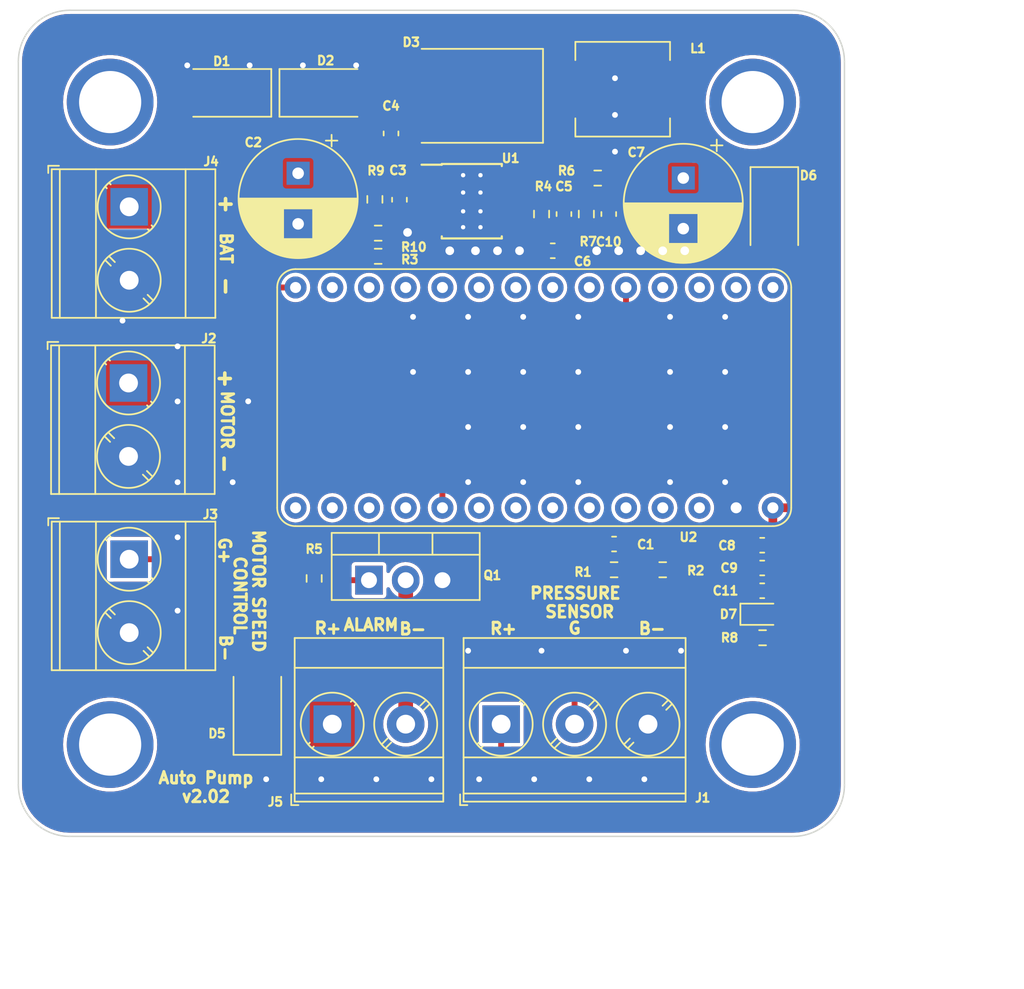
<source format=kicad_pcb>
(kicad_pcb (version 20211014) (generator pcbnew)
  (layers (0 "F.Cu" signal) (31 "B.Cu" signal) (34 "B.Paste" user) (35 "F.Paste" user) (36 "B.SilkS" user "B.Silkscreen") (37 "F.SilkS" user "F.Silkscreen") (38 "B.Mask" user) (39 "F.Mask" user) (44 "Edge.Cuts" user))
  (net 0 "")
  (net 1 "/VIN")
  (net 2 "GND")
  (net 3 "Net-(C5-Pad1)")
  (net 4 "Net-(C6-Pad1)")
  (net 5 "+5V")
  (net 6 "VDD")
  (net 7 "/D5")
  (net 8 "/D2")
  (net 9 "/A0")
  (net 10 "Net-(R3-Pad1)")
  (net 11 "Net-(R10-Pad1)")
  (net 35 "Net-(C4-Pad1)")
  (net 36 "Net-(C4-Pad2)")
  (net 37 "Net-(C10-Pad2)")
  (net 38 "Net-(J1-Pad2)")
  (net 39 "Net-(D5-Pad2)")
  (net 40 "Net-(D7-Pad1)")
  (footprint "TerminalBlock_Phoenix:TerminalBlock_Phoenix_MKDS-3-2-5.08_1x02_P5.08mm_Horizontal" (layer "F.Cu") (at 111.1728 60.9678 -90)
    (fp_text reference "J4" (at -3.132 -5.6672 unlocked) (layer "F.SilkS") (effects (font (size 0.6 0.6))))
    (fp_text value "POWER IN")
    (pad "1" thru_hole rect (at 0 0 270) (size 2.6 2.6) (drill 1.3) (layers *.Cu *.Mask) (net 6 "VDD"))
    (pad "2" thru_hole circle (at 5.08 0 270) (size 2.6 2.6) (drill 1.3) (layers *.Cu *.Mask) (net 2 "GND"))
  )
  (footprint "Capacitor_SMD:C_0603_1608Metric" (layer "F.Cu") (at 140.475 64.008)
    (fp_text reference "C6" (at 2.0698 0.7366 unlocked) (layer "F.SilkS") (effects (font (size 0.6 0.6))))
    (fp_text value "1nF")
    (pad "1" smd roundrect (at -0.775 0) (size 0.9 0.95) (layers "F.Cu" "F.Paste" "F.Mask") (net 4 "Net-(C6-Pad1)"))
    (pad "2" smd roundrect (at 0.775 0) (size 0.9 0.95) (layers "F.Cu" "F.Paste" "F.Mask") (net 2 "GND"))
  )
  (footprint "Diode_SMD:D_SMA" (layer "F.Cu") (at 117.602 53.086 180)
    (fp_text reference "D1" (at 0.0254 2.1844) (layer "F.SilkS") (effects (font (size 0.6 0.6))))
    (fp_text value "STPS1H100A")
    (pad "1" smd rect (at -2 0 180) (size 2.5 1.8) (layers "F.Cu" "F.Paste" "F.Mask") (net 1 "/VIN"))
    (pad "2" smd rect (at 2 0 180) (size 2.5 1.8) (layers "F.Cu" "F.Paste" "F.Mask") (net 6 "VDD"))
  )
  (footprint "Package_TO_SOT_THT:TO-220-3_Vertical" (layer "F.Cu") (at 127.762 86.797)
    (fp_text reference "Q1" (at 8.5344 -0.3354 unlocked) (layer "F.SilkS") (effects (font (size 0.6 0.6))))
    (fp_text value "IRLB8721PBF")
    (pad "1" thru_hole rect (at 0 0) (size 1.905 2) (drill 1.1) (layers *.Cu *.Mask) (net 8 "/D2"))
    (pad "2" thru_hole oval (at 2.54 0) (size 1.905 2) (drill 1.1) (layers *.Cu *.Mask) (net 39 "Net-(D5-Pad2)"))
    (pad "3" thru_hole oval (at 5.08 0) (size 1.905 2) (drill 1.1) (layers *.Cu *.Mask) (net 2 "GND"))
  )
  (footprint "Resistor_SMD:R_0603_1608Metric" (layer "F.Cu") (at 128.397 62.7888 180)
    (fp_text reference "R10" (at -2.4638 -0.9652) (layer "F.SilkS") (effects (font (size 0.6 0.6))))
    (fp_text value "44.2K")
    (pad "1" smd roundrect (at -0.825 0 180) (size 0.8 0.95) (layers "F.Cu" "F.Paste" "F.Mask") (net 11 "Net-(R10-Pad1)"))
    (pad "2" smd roundrect (at 0.825 0 180) (size 0.8 0.95) (layers "F.Cu" "F.Paste" "F.Mask") (net 2 "GND"))
  )
  (footprint "Diode_SMD:D_SMA" (layer "F.Cu") (at 124.968 53.086)
    (fp_text reference "D2" (at -0.2032 -2.2352 180) (layer "F.SilkS") (effects (font (size 0.6 0.6))))
    (fp_text value "SMAJ36A")
    (pad "1" smd rect (at -2 0) (size 2.5 1.8) (layers "F.Cu" "F.Paste" "F.Mask") (net 1 "/VIN"))
    (pad "2" smd rect (at 2 0) (size 2.5 1.8) (layers "F.Cu" "F.Paste" "F.Mask") (net 2 "GND"))
  )
  (footprint "LED_SMD:LED_0603_1608Metric" (layer "F.Cu") (at 154.94 89.154)
    (fp_text reference "D7" (at -2.3115 0) (layer "F.SilkS") (effects (font (size 0.6 0.6))))
    (fp_text value "RED")
    (pad "1" smd roundrect (at -0.7875 0) (size 0.875 0.95) (layers "F.Cu" "F.Paste" "F.Mask") (net 40 "Net-(D7-Pad1)"))
    (pad "2" smd roundrect (at 0.7875 0) (size 0.875 0.95) (layers "F.Cu" "F.Paste" "F.Mask") (net 5 "+5V"))
  )
  (footprint "Capacitor_SMD:C_0603_1608Metric" (layer "F.Cu") (at 154.9654 87.5284)
    (fp_text reference "C11" (at -2.54 0) (layer "F.SilkS") (effects (font (size 0.6 0.6))))
    (fp_text value "0.1uF")
    (pad "1" smd roundrect (at -0.775 0) (size 0.9 0.95) (layers "F.Cu" "F.Paste" "F.Mask") (net 2 "GND"))
    (pad "2" smd roundrect (at 0.775 0) (size 0.9 0.95) (layers "F.Cu" "F.Paste" "F.Mask") (net 5 "+5V"))
  )
  (footprint "Package_SO:TI_SO-PowerPAD-8_ThermalVias" (layer "F.Cu") (at 134.874 60.579)
    (fp_text reference "U1" (at 2.6924 -2.9718) (layer "F.SilkS") (effects (font (size 0.6 0.6))))
    (fp_text value "TPS54360DDA")
    (pad "1" smd rect (at -2.7 -1.905) (size 1.55 0.6) (layers "F.Cu" "F.Paste" "F.Mask") (net 35 "Net-(C4-Pad1)"))
    (pad "2" smd rect (at -2.7 -0.635) (size 1.55 0.6) (layers "F.Cu" "F.Paste" "F.Mask") (net 1 "/VIN"))
    (pad "3" smd rect (at -2.7 0.635) (size 1.55 0.6) (layers "F.Cu" "F.Paste" "F.Mask") (net 11 "Net-(R10-Pad1)"))
    (pad "4" smd rect (at -2.7 1.905) (size 1.55 0.6) (layers "F.Cu" "F.Paste" "F.Mask") (net 10 "Net-(R3-Pad1)"))
    (pad "5" smd rect (at 2.7 1.905) (size 1.55 0.6) (layers "F.Cu" "F.Paste" "F.Mask") (net 37 "Net-(C10-Pad2)"))
    (pad "6" smd rect (at 2.7 0.635) (size 1.55 0.6) (layers "F.Cu" "F.Paste" "F.Mask") (net 3 "Net-(C5-Pad1)"))
    (pad "7" smd rect (at 2.7 -0.635) (size 1.55 0.6) (layers "F.Cu" "F.Paste" "F.Mask") (net 2 "GND"))
    (pad "8" smd rect (at 2.7 -1.905) (size 1.55 0.6) (layers "F.Cu" "F.Paste" "F.Mask") (net 36 "Net-(C4-Pad2)"))
    (pad "9" smd rect (at 0 0) (size 2.95 4.5) (layers "F.Cu") (net 2 "GND"))
    (pad "9" thru_hole circle (at 0.6 -0.6) (size 0.6 0.6) (drill 0.3) (layers *.Cu) (net 2 "GND"))
    (pad "9" thru_hole circle (at -0.6 -1.8) (size 0.6 0.6) (drill 0.3) (layers *.Cu) (net 2 "GND"))
    (pad "9" thru_hole circle (at -0.6 1.8) (size 0.6 0.6) (drill 0.3) (layers *.Cu) (net 2 "GND"))
    (pad "9" smd rect (at 0 0) (size 2.95 4.5) (layers "B.Cu") (net 2 "GND"))
    (pad "9" thru_hole circle (at 0.6 0.7) (size 0.6 0.6) (drill 0.3) (layers *.Cu) (net 2 "GND"))
    (pad "9" thru_hole circle (at -0.6 -0.6) (size 0.6 0.6) (drill 0.3) (layers *.Cu) (net 2 "GND"))
    (pad "9" smd rect (at 0 0) (size 2.6 3.1) (layers "F.Cu" "F.Paste" "F.Mask") (net 2 "GND"))
    (pad "9" thru_hole circle (at 0.6 -1.8) (size 0.6 0.6) (drill 0.3) (layers *.Cu) (net 2 "GND"))
    (pad "9" thru_hole circle (at -0.6 0.7) (size 0.6 0.6) (drill 0.3) (layers *.Cu) (net 2 "GND"))
    (pad "9" thru_hole circle (at 0.6 1.8) (size 0.6 0.6) (drill 0.3) (layers *.Cu) (net 2 "GND"))
  )
  (footprint "Resistor_SMD:R_0603_1608Metric" (layer "F.Cu") (at 128.397 64.389 180)
    (fp_text reference "R3" (at -2.1844 -0.2286) (layer "F.SilkS") (effects (font (size 0.6 0.6))))
    (fp_text value "470K")
    (pad "1" smd roundrect (at -0.825 0 180) (size 0.8 0.95) (layers "F.Cu" "F.Paste" "F.Mask") (net 10 "Net-(R3-Pad1)"))
    (pad "2" smd roundrect (at 0.825 0 180) (size 0.8 0.95) (layers "F.Cu" "F.Paste" "F.Mask") (net 2 "GND"))
  )
  (footprint "Resistor_SMD:R_0603_1608Metric" (layer "F.Cu") (at 144.717 86.0745)
    (fp_text reference "R1" (at -2.1468 0.1585) (layer "F.SilkS") (effects (font (size 0.6 0.6))))
    (fp_text value "1.2K")
    (pad "1" smd roundrect (at -0.825 0) (size 0.8 0.95) (layers "F.Cu" "F.Paste" "F.Mask") (net 38 "Net-(J1-Pad2)"))
    (pad "2" smd roundrect (at 0.825 0) (size 0.8 0.95) (layers "F.Cu" "F.Paste" "F.Mask") (net 9 "/A0"))
  )
  (footprint "Capacitor_SMD:C_0603_1608Metric" (layer "F.Cu") (at 144.3482 61.468 -90)
    (fp_text reference "C10" (at 1.918 0 180) (layer "F.SilkS") (effects (font (size 0.6 0.6))))
    (fp_text value "10nF")
    (pad "1" smd roundrect (at -0.775 0 270) (size 0.9 0.95) (layers "F.Cu" "F.Paste" "F.Mask") (net 5 "+5V"))
    (pad "2" smd roundrect (at 0.775 0 270) (size 0.9 0.95) (layers "F.Cu" "F.Paste" "F.Mask") (net 37 "Net-(C10-Pad2)"))
  )
  (footprint "Resistor_SMD:R_0603_1608Metric" (layer "F.Cu") (at 139.7 61.468 -90)
    (fp_text reference "R4" (at -1.905 -0.127 180) (layer "F.SilkS") (effects (font (size 0.6 0.6))))
    (fp_text value "22K")
    (pad "1" smd roundrect (at -0.825 0 270) (size 0.8 0.95) (layers "F.Cu" "F.Paste" "F.Mask") (net 3 "Net-(C5-Pad1)"))
    (pad "2" smd roundrect (at 0.825 0 270) (size 0.8 0.95) (layers "F.Cu" "F.Paste" "F.Mask") (net 4 "Net-(C6-Pad1)"))
  )
  (footprint "footprint:Adafruit-ItsyBitsy-M4" (layer "F.Cu") (at 137.922 74.168 180)
    (fp_text reference "U2" (at -11.938 -9.652 unlocked) (layer "F.SilkS") (effects (font (size 0.6 0.6))))
    (fp_text value "Adafruit ItsyBitsy M4 Express")
    (pad "1" thru_hole circle (at -17.78 7.62 180) (size 1.524 1.524) (drill 0.762) (layers *.Cu *.Mask))
    (pad "2" thru_hole circle (at -15.24 7.62 180) (size 1.524 1.524) (drill 0.762) (layers *.Cu *.Mask))
    (pad "3" thru_hole circle (at -12.7 7.62 180) (size 1.524 1.524) (drill 0.762) (layers *.Cu *.Mask))
    (pad "4" thru_hole circle (at -10.16 7.62 180) (size 1.524 1.524) (drill 0.762) (layers *.Cu *.Mask))
    (pad "5" thru_hole circle (at -7.62 7.62 180) (size 1.524 1.524) (drill 0.762) (layers *.Cu *.Mask) (net 9 "/A0"))
    (pad "6" thru_hole circle (at -5.08 7.62 270) (size 1.524 1.524) (drill 0.762) (layers *.Cu *.Mask))
    (pad "7" thru_hole circle (at -2.54 7.62 180) (size 1.524 1.524) (drill 0.762) (layers *.Cu *.Mask))
    (pad "8" thru_hole circle (at 0 7.62 180) (size 1.524 1.524) (drill 0.762) (layers *.Cu *.Mask))
    (pad "9" thru_hole circle (at 2.54 7.62 180) (size 1.524 1.524) (drill 0.762) (layers *.Cu *.Mask))
    (pad "10" thru_hole circle (at 5.08 7.62 180) (size 1.524 1.524) (drill 0.762) (layers *.Cu *.Mask))
    (pad "11" thru_hole circle (at 7.62 7.62 180) (size 1.524 1.524) (drill 0.762) (layers *.Cu *.Mask))
    (pad "12" thru_hole circle (at 10.16 7.62 180) (size 1.524 1.524) (drill 0.762) (layers *.Cu *.Mask))
    (pad "13" thru_hole circle (at 12.7 7.62 180) (size 1.524 1.524) (drill 0.762) (layers *.Cu *.Mask))
    (pad "14" thru_hole circle (at 15.24 7.62 180) (size 1.524 1.524) (drill 0.762) (layers *.Cu *.Mask) (net 8 "/D2"))
    (pad "20" thru_hole circle (at 15.24 -7.62 180) (size 1.524 1.524) (drill 0.762) (layers *.Cu *.Mask))
    (pad "21" thru_hole circle (at 12.7 -7.62 180) (size 1.524 1.524) (drill 0.762) (layers *.Cu *.Mask))
    (pad "22" thru_hole circle (at 10.16 -7.62 180) (size 1.524 1.524) (drill 0.762) (layers *.Cu *.Mask))
    (pad "23" thru_hole circle (at 7.62 -7.62 180) (size 1.524 1.524) (drill 0.762) (layers *.Cu *.Mask))
    (pad "24" thru_hole circle (at 5.08 -7.62 180) (size 1.524 1.524) (drill 0.762) (layers *.Cu *.Mask) (net 7 "/D5"))
    (pad "25" thru_hole circle (at 2.54 -7.62 180) (size 1.524 1.524) (drill 0.762) (layers *.Cu *.Mask))
    (pad "26" thru_hole circle (at 0 -7.62 180) (size 1.524 1.524) (drill 0.762) (layers *.Cu *.Mask))
    (pad "27" thru_hole circle (at -2.54 -7.62 180) (size 1.524 1.524) (drill 0.762) (layers *.Cu *.Mask))
    (pad "28" thru_hole circle (at -5.08 -7.62 270) (size 1.524 1.524) (drill 0.762) (layers *.Cu *.Mask))
    (pad "29" thru_hole circle (at -7.62 -7.62 180) (size 1.524 1.524) (drill 0.762) (layers *.Cu *.Mask))
    (pad "30" thru_hole circle (at -10.16 -7.62 180) (size 1.524 1.524) (drill 0.762) (layers *.Cu *.Mask))
    (pad "31" thru_hole circle (at -12.7 -7.62 180) (size 1.524 1.524) (drill 0.762) (layers *.Cu *.Mask))
    (pad "32" thru_hole circle (at -15.24 -7.62 180) (size 1.524 1.524) (drill 0.762) (layers *.Cu *.Mask) (net 2 "GND"))
    (pad "33" thru_hole circle (at -17.78 -7.62 180) (size 1.524 1.524) (drill 0.762) (layers *.Cu *.Mask) (net 5 "+5V"))
  )
  (footprint "TerminalBlock_Phoenix:TerminalBlock_Phoenix_MKDS-3-2-5.08_1x02_P5.08mm_Horizontal" (layer "F.Cu") (at 125.221 96.757394)
    (fp_text reference "J5" (at -3.936 5.376006) (layer "F.SilkS") (effects (font (size 0.6 0.6))))
    (fp_text value "ALARM")
    (pad "1" thru_hole rect (at 0 0) (size 2.6 2.6) (drill 1.3) (layers *.Cu *.Mask) (net 6 "VDD"))
    (pad "2" thru_hole circle (at 5.08 0) (size 2.6 2.6) (drill 1.3) (layers *.Cu *.Mask) (net 39 "Net-(D5-Pad2)"))
  )
  (footprint "Resistor_SMD:R_0603_1608Metric" (layer "F.Cu") (at 123.969 86.677 -90)
    (fp_text reference "R5" (at -2.032 0 180) (layer "F.SilkS") (effects (font (size 0.6 0.6))))
    (fp_text value "10K")
    (pad "1" smd roundrect (at -0.825 0 270) (size 0.8 0.95) (layers "F.Cu" "F.Paste" "F.Mask") (net 8 "/D2"))
    (pad "2" smd roundrect (at 0.825 0 270) (size 0.8 0.95) (layers "F.Cu" "F.Paste" "F.Mask") (net 2 "GND"))
  )
  (footprint "Diode_SMD:D_SMA" (layer "F.Cu") (at 120.0404 95.4786 90)
    (fp_text reference "D5" (at -1.9304 -2.794 180) (layer "F.SilkS") (effects (font (size 0.6 0.6))))
    (fp_text value "SS14-E3/5AT")
    (pad "1" smd rect (at -2 0 90) (size 2.5 1.8) (layers "F.Cu" "F.Paste" "F.Mask") (net 6 "VDD"))
    (pad "2" smd rect (at 2 0 90) (size 2.5 1.8) (layers "F.Cu" "F.Paste" "F.Mask") (net 39 "Net-(D5-Pad2)"))
  )
  (footprint "Resistor_SMD:R_0603_1608Metric" (layer "F.Cu") (at 148.082 86.0745)
    (fp_text reference "R2" (at 2.286 0.063) (layer "F.SilkS") (effects (font (size 0.6 0.6))))
    (fp_text value "3.3K")
    (pad "1" smd roundrect (at -0.825 0) (size 0.8 0.95) (layers "F.Cu" "F.Paste" "F.Mask") (net 9 "/A0"))
    (pad "2" smd roundrect (at 0.825 0) (size 0.8 0.95) (layers "F.Cu" "F.Paste" "F.Mask") (net 2 "GND"))
  )
  (footprint "Capacitor_SMD:C_0603_1608Metric" (layer "F.Cu") (at 141.2494 61.468 -90)
    (fp_text reference "C5" (at -1.905 0 180) (layer "F.SilkS") (effects (font (size 0.6 0.6))))
    (fp_text value "18pF")
    (pad "1" smd roundrect (at -0.775 0 270) (size 0.9 0.95) (layers "F.Cu" "F.Paste" "F.Mask") (net 3 "Net-(C5-Pad1)"))
    (pad "2" smd roundrect (at 0.775 0 270) (size 0.9 0.95) (layers "F.Cu" "F.Paste" "F.Mask") (net 2 "GND"))
  )
  (footprint "Capacitor_SMD:C_0603_1608Metric" (layer "F.Cu") (at 129.8702 60.4774 -90)
    (fp_text reference "C3" (at -2.032 0.107) (layer "F.SilkS") (effects (font (size 0.6 0.6))))
    (fp_text value "0.1uF")
    (pad "1" smd roundrect (at -0.775 0 270) (size 0.9 0.95) (layers "F.Cu" "F.Paste" "F.Mask") (net 1 "/VIN"))
    (pad "2" smd roundrect (at 0.775 0 270) (size 0.9 0.95) (layers "F.Cu" "F.Paste" "F.Mask") (net 2 "GND"))
  )
  (footprint "TerminalBlock_Phoenix:TerminalBlock_Phoenix_MKDS-3-3-5.08_1x03_P5.08mm_Horizontal" (layer "F.Cu") (at 136.905 96.757394)
    (fp_text reference "J1" (at 13.9456 5.096606) (layer "F.SilkS") (effects (font (size 0.6 0.6))))
    (fp_text value "PRESSURE SENSOR")
    (pad "1" thru_hole rect (at 0 0) (size 2.6 2.6) (drill 1.3) (layers *.Cu *.Mask) (net 5 "+5V"))
    (pad "2" thru_hole circle (at 5.08 0) (size 2.6 2.6) (drill 1.3) (layers *.Cu *.Mask) (net 38 "Net-(J1-Pad2)"))
    (pad "3" thru_hole circle (at 10.16 0) (size 2.6 2.6) (drill 1.3) (layers *.Cu *.Mask) (net 2 "GND"))
  )
  (footprint "TerminalBlock_Phoenix:TerminalBlock_Phoenix_MKDS-3-2-5.08_1x02_P5.08mm_Horizontal" (layer "F.Cu") (at 111.1728 85.3468 -90)
    (fp_text reference "J3" (at -3.1016 -5.6164 unlocked) (layer "F.SilkS") (effects (font (size 0.6 0.6))))
    (fp_text value "MOTOR SPEED CONTROL")
    (pad "1" thru_hole rect (at 0 0 270) (size 2.6 2.6) (drill 1.3) (layers *.Cu *.Mask) (net 7 "/D5"))
    (pad "2" thru_hole circle (at 5.08 0 270) (size 2.6 2.6) (drill 1.3) (layers *.Cu *.Mask) (net 2 "GND"))
  )
  (footprint "Capacitor_SMD:C_0603_1608Metric" (layer "F.Cu") (at 129.286 55.893 90)
    (fp_text reference "C4" (at 1.905 0 180) (layer "F.SilkS") (effects (font (size 0.6 0.6))))
    (fp_text value "0.1uF")
    (pad "1" smd roundrect (at -0.775 0 90) (size 0.9 0.95) (layers "F.Cu" "F.Paste" "F.Mask") (net 35 "Net-(C4-Pad1)"))
    (pad "2" smd roundrect (at 0.775 0 90) (size 0.9 0.95) (layers "F.Cu" "F.Paste" "F.Mask") (net 36 "Net-(C4-Pad2)"))
  )
  (footprint "Capacitor_THT:CP_Radial_D8.0mm_P3.50mm" (layer "F.Cu") (at 122.8598 58.646949 -90)
    (fp_text reference "C2" (at -2.131949 3.0988) (layer "F.SilkS") (effects (font (size 0.6 0.6))))
    (fp_text value "220uF/35v")
    (pad "1" thru_hole rect locked (at 0 0 270) (size 1.6 1.6) (drill 0.8) (layers *.Cu *.Mask) (net 1 "/VIN"))
    (pad "2" thru_hole circle locked (at 3.5 0 270) (size 1.6 1.6) (drill 0.8) (layers *.Cu *.Mask) (net 2 "GND"))
  )
  (footprint "Diode_SMD:D_SMC" (layer "F.Cu") (at 135.001 53.2892 180)
    (fp_text reference "D3" (at 4.318 3.7084 180) (layer "F.SilkS") (effects (font (size 0.6 0.6))))
    (fp_text value "SS34")
    (pad "1" smd rect (at -3.4 0 270) (size 3.3 2.5) (layers "F.Cu" "F.Paste" "F.Mask") (net 36 "Net-(C4-Pad2)"))
    (pad "2" smd rect (at 3.4 0 270) (size 3.3 2.5) (layers "F.Cu" "F.Paste" "F.Mask") (net 2 "GND"))
  )
  (footprint "Resistor_SMD:R_0603_1608Metric" (layer "F.Cu") (at 154.9908 90.7796)
    (fp_text reference "R8" (at -2.286 0) (layer "F.SilkS") (effects (font (size 0.6 0.6))))
    (fp_text value "1K")
    (pad "1" smd roundrect (at -0.825 0) (size 0.8 0.95) (layers "F.Cu" "F.Paste" "F.Mask") (net 40 "Net-(D7-Pad1)"))
    (pad "2" smd roundrect (at 0.825 0) (size 0.8 0.95) (layers "F.Cu" "F.Paste" "F.Mask") (net 2 "GND"))
  )
  (footprint "TerminalBlock_Phoenix:TerminalBlock_Phoenix_MKDS-3-2-5.08_1x02_P5.08mm_Horizontal" (layer "F.Cu") (at 111.1268 73.1548 -90)
    (fp_text reference "J2" (at -3.0762 -5.5608 unlocked) (layer "F.SilkS") (effects (font (size 0.6 0.6))))
    (fp_text value "MOTOR")
    (pad "1" thru_hole rect (at 0 0 270) (size 2.6 2.6) (drill 1.3) (layers *.Cu *.Mask) (net 6 "VDD"))
    (pad "2" thru_hole circle (at 5.08 0 270) (size 2.6 2.6) (drill 1.3) (layers *.Cu *.Mask) (net 2 "GND"))
  )
  (footprint "Capacitor_THT:CP_Radial_D8.0mm_P3.50mm" (layer "F.Cu") (at 149.5044 58.977149 -90)
    (fp_text reference "C7" (at -1.776349 3.2512 180) (layer "F.SilkS") (effects (font (size 0.6 0.6))))
    (fp_text value "220uF/35v")
    (pad "1" thru_hole rect (at 0 0 270) (size 1.6 1.6) (drill 0.8) (layers *.Cu *.Mask) (net 5 "+5V"))
    (pad "2" thru_hole circle (at 3.5 0 270) (size 1.6 1.6) (drill 0.8) (layers *.Cu *.Mask) (net 2 "GND"))
  )
  (footprint "Capacitor_SMD:C_0603_1608Metric" (layer "F.Cu") (at 154.9654 84.3788 180)
    (fp_text reference "C8" (at 2.4384 -0.0254) (layer "F.SilkS") (effects (font (size 0.6 0.6))))
    (fp_text value "0.1uF")
    (pad "1" smd roundrect (at -0.775 0 180) (size 0.9 0.95) (layers "F.Cu" "F.Paste" "F.Mask") (net 5 "+5V"))
    (pad "2" smd roundrect (at 0.775 0 180) (size 0.9 0.95) (layers "F.Cu" "F.Paste" "F.Mask") (net 2 "GND"))
  )
  (footprint "Diode_SMD:D_SMA" (layer "F.Cu") (at 155.8036 61.6204 -90)
    (fp_text reference "D6" (at -2.8194 -2.3622 180) (layer "F.SilkS") (effects (font (size 0.6 0.6))))
    (fp_text value "SMAJ5.0A-E3/61")
    (pad "1" smd rect (at -2 0 270) (size 2.5 1.8) (layers "F.Cu" "F.Paste" "F.Mask") (net 5 "+5V"))
    (pad "2" smd rect (at 2 0 270) (size 2.5 1.8) (layers "F.Cu" "F.Paste" "F.Mask") (net 2 "GND"))
  )
  (footprint "Capacitor_SMD:C_0603_1608Metric" (layer "F.Cu") (at 144.717 84.2965)
    (fp_text reference "C1" (at 2.193 0.035) (layer "F.SilkS") (effects (font (size 0.6 0.6))))
    (fp_text value "0.1uF")
    (pad "1" smd roundrect (at -0.775 0) (size 0.9 0.95) (layers "F.Cu" "F.Paste" "F.Mask") (net 2 "GND"))
    (pad "2" smd roundrect (at 0.775 0) (size 0.9 0.95) (layers "F.Cu" "F.Paste" "F.Mask") (net 9 "/A0"))
  )
  (footprint "Resistor_SMD:R_0603_1608Metric" (layer "F.Cu") (at 142.7988 61.468 -90)
    (fp_text reference "R7" (at 1.905 -0.127 180) (layer "F.SilkS") (effects (font (size 0.6 0.6))))
    (fp_text value "13K")
    (pad "1" smd roundrect (at -0.825 0 270) (size 0.8 0.95) (layers "F.Cu" "F.Paste" "F.Mask") (net 37 "Net-(C10-Pad2)"))
    (pad "2" smd roundrect (at 0.825 0 270) (size 0.8 0.95) (layers "F.Cu" "F.Paste" "F.Mask") (net 2 "GND"))
  )
  (footprint "Inductor_SMD:L_Vishay_IHLP-2525" (layer "F.Cu") (at 145.3134 52.832)
    (fp_text reference "L1" (at 5.207 -2.8194) (layer "F.SilkS") (effects (font (size 0.6 0.6))))
    (fp_text value "10uH/3A")
    (pad "1" smd rect (at -2.921 0) (size 2.413 3.429) (layers "F.Cu" "F.Paste" "F.Mask") (net 36 "Net-(C4-Pad2)"))
    (pad "2" smd rect (at 2.921 0) (size 2.413 3.429) (layers "F.Cu" "F.Paste" "F.Mask") (net 5 "+5V"))
  )
  (footprint "Resistor_SMD:R_0603_1608Metric" (layer "F.Cu") (at 128.1684 60.452 -90)
    (fp_text reference "R9" (at -1.9812 -0.0762 180) (layer "F.SilkS") (effects (font (size 0.6 0.6))))
    (fp_text value "470K")
    (pad "1" smd roundrect (at -0.825 0 270) (size 0.8 0.95) (layers "F.Cu" "F.Paste" "F.Mask") (net 1 "/VIN"))
    (pad "2" smd roundrect (at 0.825 0 270) (size 0.8 0.95) (layers "F.Cu" "F.Paste" "F.Mask") (net 11 "Net-(R10-Pad1)"))
  )
  (footprint "Capacitor_SMD:C_0603_1608Metric" (layer "F.Cu") (at 154.9654 85.9536)
    (fp_text reference "C9" (at -2.286 0) (layer "F.SilkS") (effects (font (size 0.6 0.6))))
    (fp_text value "0.1uF")
    (pad "1" smd roundrect (at -0.775 0) (size 0.9 0.95) (layers "F.Cu" "F.Paste" "F.Mask") (net 2 "GND"))
    (pad "2" smd roundrect (at 0.775 0) (size 0.9 0.95) (layers "F.Cu" "F.Paste" "F.Mask") (net 5 "+5V"))
  )
  (footprint "Resistor_SMD:R_0603_1608Metric" (layer "F.Cu") (at 143.5862 58.9788 180)
    (fp_text reference "R6" (at 2.159 0.508) (layer "F.SilkS") (effects (font (size 0.6 0.6))))
    (fp_text value "68K")
    (pad "1" smd roundrect (at -0.825 0 180) (size 0.8 0.95) (layers "F.Cu" "F.Paste" "F.Mask") (net 5 "+5V"))
    (pad "2" smd roundrect (at 0.825 0 180) (size 0.8 0.95) (layers "F.Cu" "F.Paste" "F.Mask") (net 37 "Net-(C10-Pad2)"))
  )
  (footprint "footprint:MountingHole_3.2mm_M3_standoffs" (layer "B.Cu") (at 154.305 98.171 180)
    (fp_text reference "H3" hide)
    (fp_text value "MountingHole")
    (pad "1" thru_hole circle (at 0 0 180) (size 6 6) (drill 4.3) (layers *.Cu *.Mask))
  )
  (footprint "footprint:MountingHole_3.2mm_M3_standoffs" (layer "B.Cu") (at 109.855 98.171 180)
    (fp_text reference "H2" hide)
    (fp_text value "MountingHole")
    (pad "1" thru_hole circle (at 0 0 180) (size 6 6) (drill 4.3) (layers *.Cu *.Mask))
  )
  (footprint "footprint:MountingHole_3.2mm_M3_standoffs" (layer "B.Cu") (at 154.305 53.721 180)
    (fp_text reference "H4" hide)
    (fp_text value "MountingHole")
    (pad "1" thru_hole circle (at 0 0 180) (size 6 6) (drill 4.3) (layers *.Cu *.Mask))
  )
  (footprint "footprint:MountingHole_3.2mm_M3_standoffs" (layer "B.Cu") (at 109.855 53.721 180)
    (fp_text reference "H1" hide)
    (fp_text value "MountingHole")
    (pad "1" thru_hole circle (at 0 0 180) (size 6 6) (drill 4.3) (layers *.Cu *.Mask))
  )
  (gr_line (start 157.099 104.521) (end 107.061 104.521) (layer "Edge.Cuts") (width 0.1))
  (gr_arc (start 157.099 47.371) (mid 159.613472 48.412528) (end 160.655 50.927) (layer "Edge.Cuts") (width 0.1))
  (gr_arc (start 107.061 104.521) (mid 104.546528 103.479472) (end 103.505 100.965) (layer "Edge.Cuts") (width 0.1))
  (gr_arc (start 160.655 100.965) (mid 159.613472 103.479472) (end 157.099 104.521) (layer "Edge.Cuts") (width 0.1))
  (gr_line (start 160.655 100.965) (end 160.655 50.927) (layer "Edge.Cuts") (width 0.1))
  (gr_arc (start 103.505 50.927) (mid 104.546528 48.412528) (end 107.061 47.371) (layer "Edge.Cuts") (width 0.1))
  (gr_line (start 157.099 47.371) (end 107.061 47.371) (layer "Edge.Cuts") (width 0.1))
  (gr_line (start 103.505 100.965) (end 103.505 50.927) (layer "Edge.Cuts") (width 0.1))
  (gr_text "B-" (at 147.3454 90.1446) (layer "F.SilkS") (effects (font (size 0.8 0.8) (thickness 0.2))))
  (gr_text "Auto Pump\nv2.02" (at 116.4844 101.1174) (layer "F.SilkS") (effects (font (size 0.8 0.8) (thickness 0.2))))
  (gr_text "R+" (at 124.9172 90.1192) (layer "F.SilkS") (effects (font (size 0.8 0.8) (thickness 0.2))))
  (gr_text "-" (at 117.8052 78.74 270) (layer "F.SilkS") (effects (font (size 1 1) (thickness 0.25))))
  (gr_text "MOTOR SPEED \nCONTROL" (at 119.4816 87.8586 270) (layer "F.SilkS") (effects (font (size 0.8 0.8) (thickness 0.2))))
  (gr_text "G+" (at 117.7798 84.7598 270) (layer "F.SilkS") (effects (font (size 0.8 0.8) (thickness 0.2))))
  (gr_text "PRESSURE \nSENSOR" (at 142.3416 88.3412) (layer "F.SilkS") (effects (font (size 0.8 0.8) (thickness 0.2))))
  (gr_text "+" (at 117.856 72.8472 270) (layer "F.SilkS") (effects (font (size 1 1) (thickness 0.25))))
  (gr_text "+" (at 117.9068 60.7822 270) (layer "F.SilkS") (effects (font (size 1 1) (thickness 0.25))))
  (gr_text "MOTOR" (at 117.9576 75.7174 270) (layer "F.SilkS") (effects (font (size 0.8 0.8) (thickness 0.2))))
  (gr_text "ALARM" (at 125.9078 89.8906) (layer "F.SilkS") (effects (font (size 0.8 0.8) (thickness 0.2)) (justify left)))
  (gr_text "BAT" (at 117.8814 63.8302 270) (layer "F.SilkS") (effects (font (size 0.8 0.8) (thickness 0.2))))
  (gr_text "B-" (at 117.856 91.4908 270) (layer "F.SilkS") (effects (font (size 0.8 0.8) (thickness 0.2))))
  (gr_text "R+" (at 137.0584 90.1446) (layer "F.SilkS") (effects (font (size 0.8 0.8) (thickness 0.2))))
  (gr_text "-" (at 117.9068 66.4718 270) (layer "F.SilkS") (effects (font (size 1 1) (thickness 0.25))))
  (gr_text "B-" (at 130.7846 90.17) (layer "F.SilkS") (effects (font (size 0.8 0.8) (thickness 0.2))))
  (gr_text "G" (at 141.986 90.1192) (layer "F.SilkS") (effects (font (size 0.8 0.8) (thickness 0.2))))
  (segment (start 137.574 59.944) (end 135.509 59.944) (width 0.4064) (layer "F.Cu") (net 2))
  (segment (start 135.509 59.944) (end 135.474 59.979) (width 0.4064) (layer "F.Cu") (net 2))
  (via (at 143.51 64.008) (size 1.2) (drill 0.6) (layers "F.Cu" "B.Cu") (net 2))
  (via (at 134.619 91.677394) (size 0.8) (drill 0.4) (layers "F.Cu" "B.Cu") (net 2))
  (via (at 118.3308 80.0178) (size 0.8) (drill 0.4) (layers "F.Cu" "B.Cu") (net 2))
  (via (at 152.4 80.01) (size 0.8) (drill 0.4) (layers "F.Cu" "B.Cu") (net 2))
  (via (at 114.5208 70.6198) (size 0.8) (drill 0.4) (layers "F.Cu" "B.Cu") (net 2))
  (via (at 144.78 57.15) (size 0.8) (drill 0.4) (layers "F.Cu" "B.Cu") (net 2))
  (via (at 139.191 100.567394) (size 0.8) (drill 0.4) (layers "F.Cu" "B.Cu") (net 2))
  (via (at 149.606 64.008) (size 1.2) (drill 0.6) (layers "F.Cu" "B.Cu") (net 2))
  (via (at 149.351 91.677394) (size 0.8) (drill 0.4) (layers "F.Cu" "B.Cu") (net 2))
  (via (at 134.62 68.58) (size 0.8) (drill 0.4) (layers "F.Cu" "B.Cu") (net 2))
  (via (at 138.43 80.01) (size 0.8) (drill 0.4) (layers "F.Cu" "B.Cu") (net 2))
  (via (at 114.5208 74.4298) (size 0.8) (drill 0.4) (layers "F.Cu" "B.Cu") (net 2))
  (via (at 130.81 72.39) (size 0.8) (drill 0.4) (layers "F.Cu" "B.Cu") (net 2))
  (via (at 148.59 72.39) (size 0.8) (drill 0.4) (layers "F.Cu" "B.Cu") (net 2))
  (via (at 148.082 64.008) (size 1.2) (drill 0.6) (layers "F.Cu" "B.Cu") (net 2))
  (via (at 114.5208 88.9078) (size 0.8) (drill 0.4) (layers "F.Cu" "B.Cu") (net 2))
  (via (at 134.62 76.2) (size 0.8) (drill 0.4) (layers "F.Cu" "B.Cu") (net 2))
  (via (at 138.43 76.2) (size 0.8) (drill 0.4) (layers "F.Cu" "B.Cu") (net 2))
  (via (at 119.507 51.181) (size 0.8) (drill 0.4) (layers "F.Cu" "B.Cu") (net 2))
  (via (at 148.59 76.2) (size 0.8) (drill 0.4) (layers "F.Cu" "B.Cu") (net 2))
  (via (at 152.4 76.2) (size 0.8) (drill 0.4) (layers "F.Cu" "B.Cu") (net 2))
  (via (at 148.59 68.58) (size 0.8) (drill 0.4) (layers "F.Cu" "B.Cu") (net 2))
  (via (at 119.4054 74.422) (size 0.8) (drill 0.4) (layers "F.Cu" "B.Cu") (net 2))
  (via (at 142.24 80.01) (size 0.8) (drill 0.4) (layers "F.Cu" "B.Cu") (net 2))
  (via (at 142.24 72.39) (size 0.8) (drill 0.4) (layers "F.Cu" "B.Cu") (net 2))
  (via (at 148.59 80.01) (size 0.8) (drill 0.4) (layers "F.Cu" "B.Cu") (net 2))
  (via (at 134.62 72.39) (size 0.8) (drill 0.4) (layers "F.Cu" "B.Cu") (net 2))
  (via (at 132.079 100.567394) (size 0.8) (drill 0.4) (layers "F.Cu" "B.Cu") (net 2))
  (via (at 152.4 68.58) (size 0.8) (drill 0.4) (layers "F.Cu" "B.Cu") (net 2))
  (via (at 124.459 100.567394) (size 0.8) (drill 0.4) (layers "F.Cu" "B.Cu") (net 2))
  (via (at 152.4 72.39) (size 0.8) (drill 0.4) (layers "F.Cu" "B.Cu") (net 2))
  (via (at 142.24 76.2) (size 0.8) (drill 0.4) (layers "F.Cu" "B.Cu") (net 2))
  (via (at 126.873 51.181) (size 0.8) (drill 0.4) (layers "F.Cu" "B.Cu") (net 2))
  (via (at 138.43 72.39) (size 0.8) (drill 0.4) (layers "F.Cu" "B.Cu") (net 2))
  (via (at 128.269 100.567394) (size 0.8) (drill 0.4) (layers "F.Cu" "B.Cu") (net 2))
  (via (at 146.811 100.567394) (size 0.8) (drill 0.4) (layers "F.Cu" "B.Cu") (net 2))
  (via (at 145.034 64.008) (size 1.2) (drill 0.6) (layers "F.Cu" "B.Cu") (net 2))
  (via (at 143.001 100.567394) (size 0.8) (drill 0.4) (layers "F.Cu" "B.Cu") (net 2))
  (via (at 138.176 64.008) (size 1.2) (drill 0.6) (layers "F.Cu" "B.Cu") (net 2))
  (via (at 115.189 51.181) (size 0.8) (drill 0.4) (layers "F.Cu" "B.Cu") (net 2))
  (via (at 138.43 68.58) (size 0.8) (drill 0.4) (layers "F.Cu" "B.Cu") (net 2))
  (via (at 136.652 64.008) (size 1.2) (drill 0.6) (layers "F.Cu" "B.Cu") (net 2))
  (via (at 144.78 54.61) (size 0.8) (drill 0.4) (layers "F.Cu" "B.Cu") (net 2))
  (via (at 139.699 91.677394) (size 0.8) (drill 0.4) (layers "F.Cu" "B.Cu") (net 2))
  (via (at 145.541 91.677394) (size 0.8) (drill 0.4) (layers "F.Cu" "B.Cu") (net 2))
  (via (at 135.128 64.008) (size 1.2) (drill 0.6) (layers "F.Cu" "B.Cu") (net 2))
  (via (at 120.649 100.567394) (size 0.8) (drill 0.4) (layers "F.Cu" "B.Cu") (net 2))
  (via (at 123.19 51.181) (size 0.8) (drill 0.4) (layers "F.Cu" "B.Cu") (net 2))
  (via (at 135.381 100.567394) (size 0.8) (drill 0.4) (layers "F.Cu" "B.Cu") (net 2))
  (via (at 144.78 52.07) (size 0.8) (drill 0.4) (layers "F.Cu" "B.Cu") (net 2))
  (via (at 110.7108 68.8418) (size 0.8) (drill 0.4) (layers "F.Cu" "B.Cu") (net 2))
  (via (at 130.429 62.738) (size 1.2) (drill 0.6) (layers "F.Cu" "B.Cu") (net 2))
  (via (at 134.62 80.01) (size 0.8) (drill 0.4) (layers "F.Cu" "B.Cu") (net 2))
  (via (at 146.558 64.008) (size 1.2) (drill 0.6) (layers "F.Cu" "B.Cu") (net 2))
  (via (at 130.81 68.58) (size 0.8) (drill 0.4) (layers "F.Cu" "B.Cu") (net 2))
  (via (at 114.5208 80.0178) (size 0.8) (drill 0.4) (layers "F.Cu" "B.Cu") (net 2))
  (via (at 142.24 68.58) (size 0.8) (drill 0.4) (layers "F.Cu" "B.Cu") (net 2))
  (via (at 114.5208 83.8278) (size 0.8) (drill 0.4) (layers "F.Cu" "B.Cu") (net 2))
  (via (at 133.35 64.008) (size 1.2) (drill 0.6) (layers "F.Cu" "B.Cu") (net 2))
  (segment (start 139.001 60.643) (end 139.7 60.643) (width 0.4064) (layer "F.Cu") (net 3))
  (segment (start 139.75 60.693) (end 139.7 60.643) (width 0.4064) (layer "F.Cu") (net 3))
  (segment (start 138.43 61.214) (end 139.001 60.643) (width 0.4064) (layer "F.Cu") (net 3))
  (segment (start 141.478 60.693) (end 139.75 60.693) (width 0.4064) (layer "F.Cu") (net 3))
  (segment (start 137.574 61.214) (end 138.43 61.214) (width 0.4064) (layer "F.Cu") (net 3))
  (segment (start 139.7 62.293) (end 139.7 64.008) (width 0.2032) (layer "F.Cu") (net 4))
  (segment (start 137.413 99.043394) (end 143.763 99.043394) (width 0.4064) (layer "F.Cu") (net 5))
  (segment (start 153.6004 59.6204) (end 152.957149 58.977149) (width 0.6) (layer "F.Cu") (net 5))
  (segment (start 145.2372 93.0148) (end 156.21 93.0148) (width 0.4064) (layer "F.Cu") (net 5))
  (segment (start 155.702 81.788) (end 155.702 89.1285) (width 0.6) (layer "F.Cu") (net 5))
  (segment (start 152.957149 58.977149) (end 149.5044 58.977149) (width 0.6) (layer "F.Cu") (net 5))
  (segment (start 156.845 89.4334) (end 156.5656 89.154) (width 0.4064) (layer "F.Cu") (net 5))
  (segment (start 157.7594 81.153) (end 157.1244 81.788) (width 0.6) (layer "F.Cu") (net 5))
  (segment (start 136.905 96.757394) (end 136.905 98.535394) (width 0.4064) (layer "F.Cu") (net 5))
  (segment (start 144.525 93.727) (end 145.2372 93.0148) (width 0.4064) (layer "F.Cu") (net 5))
  (segment (start 143.763 99.043394) (end 144.525 98.281394) (width 0.4064) (layer "F.Cu") (net 5))
  (segment (start 156.845 92.3798) (end 156.845 89.4334) (width 0.4064) (layer "F.Cu") (net 5))
  (segment (start 157.1244 81.788) (end 155.702 81.788) (width 0.6) (layer "F.Cu") (net 5))
  (segment (start 156.5656 89.154) (end 155.7275 89.154) (width 0.4064) (layer "F.Cu") (net 5))
  (segment (start 155.8036 59.6204) (end 157.1818 59.6204) (width 0.6) (layer "F.Cu") (net 5))
  (segment (start 144.525 98.281394) (end 144.525 93.727) (width 0.4064) (layer "F.Cu") (net 5))
  (segment (start 157.7594 60.198) (end 157.7594 81.153) (width 0.6) (layer "F.Cu") (net 5))
  (segment (start 136.905 98.535394) (end 137.413 99.043394) (width 0.4064) (layer "F.Cu") (net 5))
  (segment (start 155.702 89.1285) (end 155.7275 89.154) (width 0.6) (layer "F.Cu") (net 5))
  (segment (start 155.8036 59.6204) (end 153.6004 59.6204) (width 0.6) (layer "F.Cu") (net 5))
  (segment (start 157.1818 59.6204) (end 157.7594 60.198) (width 0.6) (layer "F.Cu") (net 5))
  (segment (start 156.21 93.0148) (end 156.845 92.3798) (width 0.4064) (layer "F.Cu") (net 5))
  (segment (start 124.93 96.725394) (end 124.962 96.757394) (width 1.524) (layer "F.Cu") (net 6))
  (segment (start 132.842 77.47) (end 131.572 76.2) (width 0.4064) (layer "F.Cu") (net 7))
  (segment (start 132.842 81.788) (end 132.842 77.47) (width 0.4064) (layer "F.Cu") (net 7))
  (segment (start 126.492 65.786) (end 125.73 65.024) (width 0.4064) (layer "F.Cu") (net 7))
  (segment (start 125.73 65.024) (end 117.094 65.024) (width 0.4064) (layer "F.Cu") (net 7))
  (segment (start 116.1034 66.0146) (end 116.1034 84.4296) (width 0.4064) (layer "F.Cu") (net 7))
  (segment (start 126.492 75.184) (end 126.492 65.786) (width 0.4064) (layer "F.Cu") (net 7))
  (segment (start 115.1862 85.3468) (end 111.1728 85.3468) (width 0.4064) (layer "F.Cu") (net 7))
  (segment (start 116.1034 84.4296) (end 115.1862 85.3468) (width 0.4064) (layer "F.Cu") (net 7))
  (segment (start 131.572 76.2) (end 127.508 76.2) (width 0.4064) (layer "F.Cu") (net 7))
  (segment (start 127.508 76.2) (end 126.492 75.184) (width 0.4064) (layer "F.Cu") (net 7))
  (segment (start 117.094 65.024) (end 116.1034 66.0146) (width 0.4064) (layer "F.Cu") (net 7))
  (segment (start 123.969 85.852) (end 125.2474 85.852) (width 0.4064) (layer "F.Cu") (net 8))
  (segment (start 126.1924 86.797) (end 127.762 86.797) (width 0.4064) (layer "F.Cu") (net 8))
  (segment (start 120.8786 67.056) (end 120.8786 85.1154) (width 0.4064) (layer "F.Cu") (net 8))
  (segment (start 125.2474 85.852) (end 126.1924 86.797) (width 0.4064) (layer "F.Cu") (net 8))
  (segment (start 121.3866 66.548) (end 120.8786 67.056) (width 0.4064) (layer "F.Cu") (net 8))
  (segment (start 121.6152 85.852) (end 123.969 85.852) (width 0.4064) (layer "F.Cu") (net 8))
  (segment (start 122.682 66.548) (end 121.3866 66.548) (width 0.4064) (layer "F.Cu") (net 8))
  (segment (start 120.8786 85.1154) (end 121.6152 85.852) (width 0.4064) (layer "F.Cu") (net 8))
  (segment (start 145.542 86.0745) (end 147.257 86.0745) (width 0.4064) (layer "F.Cu") (net 9))
  (segment (start 144.272 77.216) (end 145.542 75.946) (width 0.4064) (layer "F.Cu") (net 9))
  (segment (start 145.542 86.0745) (end 145.542 84.1055) (width 0.4064) (layer "F.Cu") (net 9))
  (segment (start 145.542 75.946) (end 145.542 66.548) (width 0.4064) (layer "F.Cu") (net 9))
  (segment (start 144.272 82.55) (end 144.272 77.216) (width 0.4064) (layer "F.Cu") (net 9))
  (segment (start 144.272 82.55) (end 145.492 83.77) (width 0.4064) (layer "F.Cu") (net 9))
  (segment (start 145.492 83.77) (end 145.492 84.2965) (width 0.4064) (layer "F.Cu") (net 9))
  (segment (start 132.174 62.484) (end 132.174 63.914) (width 0.4064) (layer "F.Cu") (net 10))
  (segment (start 131.699 64.389) (end 129.222 64.389) (width 0.4064) (layer "F.Cu") (net 10))
  (segment (start 132.174 63.914) (end 131.699 64.389) (width 0.4064) (layer "F.Cu") (net 10))
  (segment (start 128.1684 60.7568) (end 128.4478 60.4774) (width 0.25) (layer "F.Cu") (net 11))
  (segment (start 128.1684 61.277) (end 128.1684 60.7568) (width 0.25) (layer "F.Cu") (net 11))
  (segment (start 128.4478 60.4774) (end 130.5814 60.4774) (width 0.25) (layer "F.Cu") (net 11))
  (segment (start 130.5814 60.4774) (end 131.318 61.214) (width 0.25) (layer "F.Cu") (net 11))
  (segment (start 129.222 62.7888) (end 128.8288 62.7888) (width 0.25) (layer "F.Cu") (net 11))
  (segment (start 128.8288 62.7888) (end 128.1684 62.1284) (width 0.25) (layer "F.Cu") (net 11))
  (segment (start 131.318 61.214) (end 132.174 61.214) (width 0.25) (layer "F.Cu") (net 11))
  (segment (start 128.1684 62.1284) (end 128.1684 61.277) (width 0.25) (layer "F.Cu") (net 11))
  (segment (start 129.286 57.15) (end 129.286 56.668) (width 0.4064) (layer "F.Cu") (net 35))
  (segment (start 132.174 58.674) (end 130.81 58.674) (width 0.4064) (layer "F.Cu") (net 35))
  (segment (start 130.81 58.674) (end 129.286 57.15) (width 0.4064) (layer "F.Cu") (net 35))
  (segment (start 138.2014 49.9872) (end 138.684 50.4698) (width 0.4064) (layer "F.Cu") (net 36))
  (segment (start 129.286 55.118) (end 129.286 50.7492) (width 0.4064) (layer "F.Cu") (net 36))
  (segment (start 130.048 49.9872) (end 138.2014 49.9872) (width 0.4064) (layer "F.Cu") (net 36))
  (segment (start 129.286 50.7492) (end 130.048 49.9872) (width 0.4064) (layer "F.Cu") (net 36))
  (segment (start 138.684 50.4698) (end 138.684 54.356) (width 0.4064) (layer "F.Cu") (net 36))
  (segment (start 138.176 62.484) (end 137.574 62.484) (width 0.2032) (layer "F.Cu") (net 37))
  (segment (start 142.7988 61.4426) (end 142.7734 61.468) (width 0.25) (layer "F.Cu") (net 37))
  (segment (start 137.906988 62.484) (end 137.574 62.484) (width 0.25) (layer "F.Cu") (net 37))
  (segment (start 142.7734 61.468) (end 138.922988 61.468) (width 0.25) (layer "F.Cu") (net 37))
  (segment (start 142.7988 59.0164) (end 142.7612 58.9788) (width 0.25) (layer "F.Cu") (net 37))
  (segment (start 142.8242 61.468) (end 144.1704 61.468) (width 0.25) (layer "F.Cu") (net 37))
  (segment (start 144.3482 62.243) (end 144.3482 61.6458) (width 0.25) (layer "F.Cu") (net 37))
  (segment (start 142.7988 60.643) (end 142.7988 61.4426) (width 0.25) (layer "F.Cu") (net 37))
  (segment (start 142.7988 60.643) (end 142.7988 59.0164) (width 0.25) (layer "F.Cu") (net 37))
  (segment (start 138.922988 61.468) (end 137.906988 62.484) (width 0.25) (layer "F.Cu") (net 37))
  (segment (start 144.1704 61.468) (end 144.3482 61.6458) (width 0.25) (layer "F.Cu") (net 37))
  (segment (start 142.7988 61.4426) (end 142.8242 61.468) (width 0.25) (layer "F.Cu") (net 37))
  (segment (start 141.985 92.3554) (end 141.985 96.757394) (width 0.4064) (layer "F.Cu") (net 38))
  (segment (start 143.892 86.0745) (end 143.892 90.4484) (width 0.4064) (layer "F.Cu") (net 38))
  (segment (start 143.892 90.4484) (end 141.985 92.3554) (width 0.4064) (layer "F.Cu") (net 38))
  (segment (start 130.301 90.679) (end 130.301 92.185394) (width 1.016) (layer "F.Cu") (net 39))
  (segment (start 129.793 92.693394) (end 124.375006 92.693394) (width 1.016) (layer "F.Cu") (net 39))
  (segment (start 123.5898 93.4786) (end 120.0404 93.4786) (width 1.016) (layer "F.Cu") (net 39))
  (segment (start 130.301 96.757394) (end 130.301 92.693394) (width 1.016) (layer "F.Cu") (net 39))
  (segment (start 129.793 92.693394) (end 130.301 92.693394) (width 1.016) (layer "F.Cu") (net 39))
  (segment (start 124.375006 92.693394) (end 123.5898 93.4786) (width 1.016) (layer "F.Cu") (net 39))
  (segment (start 130.302 86.797) (end 130.302 90.678) (width 1.016) (layer "F.Cu") (net 39))
  (segment (start 130.301 92.185394) (end 129.793 92.693394) (width 0.25) (layer "F.Cu") (net 39))
  (segment (start 130.302 90.678) (end 130.301 90.679) (width 1.016) (layer "F.Cu") (net 39))
  (segment (start 130.301 92.693394) (end 130.301 92.185394) (width 1.016) (layer "F.Cu") (net 39))
  (segment (start 154.1525 90.7663) (end 154.1658 90.7796) (width 0.25) (layer "F.Cu") (net 40))
  (segment (start 154.1525 89.154) (end 154.1525 90.7663) (width 0.4046) (layer "F.Cu") (net 40))
  (zone (net 6) (net_name "VDD") (layer "F.Cu") (priority 1) (connect_pads yes (clearance 0.254)) (min_thickness 0.254) (fill yes (thermal_gap 0.254) (thermal_bridge_width 0.508))
    (polygon (pts (xy 113.2508 74.9378) (xy 107.6628 74.9378) (xy 107.6628 71.1278) (xy 113.2508 71.1278)))
  )
  (zone (net 5) (net_name "+5V") (layer "F.Cu") (priority 1) (connect_pads yes (clearance 0.254)) (min_thickness 0.254) (fill yes (thermal_gap 0.254) (thermal_bridge_width 0.508))
    (polygon (pts (xy 150.114 57.912) (xy 153.4306 57.912) (xy 153.4306 60.96) (xy 152.908 60.96) (xy 152.908 61.214) (xy 146.05 61.214) (xy 143.637 61.214) (xy 143.637 58.42) (xy 147.066 58.42) (xy 147.066 50.8) (xy 150.114 50.8)))
  )
  (zone (net 1) (net_name "/VIN") (layer "F.Cu") (priority 1) (connect_pads yes (clearance 0.254)) (min_thickness 0.254) (fill yes (thermal_gap 0.254) (thermal_bridge_width 0.508))
    (polygon (pts (xy 123.952 57.15) (xy 130.81 57.15) (xy 130.81 59.69) (xy 132.842 59.69) (xy 132.842 60.198) (xy 130.81 60.198) (xy 120.65 60.2234) (xy 118.1354 60.2234) (xy 118.11 51.816) (xy 123.952 51.816)))
  )
  (zone (net 6) (net_name "VDD") (layer "F.Cu") (priority 1) (connect_pads yes (clearance 0.254)) (min_thickness 0.254) (fill yes (thermal_gap 0.254) (thermal_bridge_width 0.508))
    (polygon (pts (xy 117.602 62.484) (xy 106.68 62.484) (xy 106.68 58.166) (xy 114.046 58.166) (xy 114.046 51.816) (xy 117.602 51.816)))
  )
  (zone (net 6) (net_name "VDD") (layer "F.Cu") (priority 1) (connect_pads yes (clearance 0.254)) (min_thickness 0.254) (fill yes (thermal_gap 0.254) (thermal_bridge_width 0.508))
    (polygon (pts (xy 109.728 92.202) (xy 118.2288 92.202) (xy 118.2288 95.0976) (xy 127.0508 95.0976) (xy 127.0508 99.3394) (xy 115.8494 99.3394) (xy 115.8494 93.98) (xy 106.68 93.98) (xy 106.68 61.722) (xy 109.728 61.722)))
  )
  (zone (net 36) (net_name "Net-(C4-Pad2)") (layer "F.Cu") (priority 1) (connect_pads yes (clearance 0.254)) (min_thickness 0.254) (fill yes (thermal_gap 0.254) (thermal_bridge_width 0.508))
    (polygon (pts (xy 143.764 57.2516) (xy 139.192 57.2516) (xy 139.223763 57.657205) (xy 138.43 57.676275) (xy 138.43 58.928) (xy 136.906 58.928) (xy 136.906 56.388) (xy 136.906 50.673) (xy 143.764 50.673)))
  )
  (zone (net 2) (net_name "GND") (layer "F.Cu") (connect_pads (clearance 0.254)) (min_thickness 0.254) (fill yes (thermal_gap 0.254) (thermal_bridge_width 0.508))
    (polygon (pts (xy 161.5948 105.1052) (xy 102.235 105.1052) (xy 102.235 46.6852) (xy 161.5948 46.6852)))
  )
  (zone (net 2) (net_name "GND") (layer "B.Cu") (priority 1) (connect_pads yes (clearance 0.254)) (min_thickness 0.254) (fill yes (thermal_gap 0.254) (thermal_bridge_width 0.508))
    (polygon (pts (xy 161.671 104.902) (xy 102.235 104.902) (xy 102.235 46.6598) (xy 161.671 46.6598)))
  )
)
</source>
